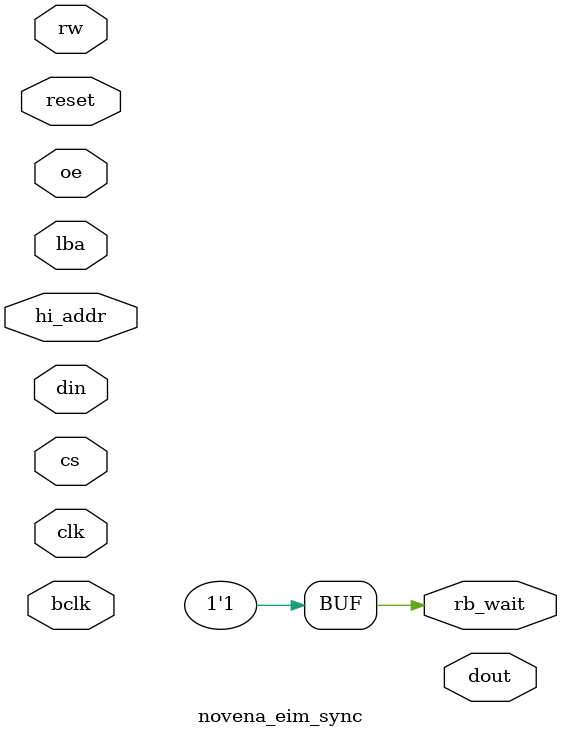
<source format=v>

module novena_eim_sync(
		  input wire [15:0] din,
		  output wire [15:0] dout,
		  input wire clk,
		  input wire reset,

		  input wire bclk,
		  input wire [1:0] cs,
		  input wire [18:16] hi_addr,
		  input wire lba,
		  input wire oe,
		  input wire rw,
		  output wire rb_wait,

		  
		  );

   reg 		      bus_write;
   reg 		      rw_del;
   reg 		      lba_del;
   reg [18:0] 	      bus_addr;
   reg [15:0] 	      bus_data;

   reg [15:0] 	      din_r;
   reg 		      rw_r;
   reg 		      cs1_r;
   reg [18:0] 	      addr_r;
   reg 		      lba_r;

   always @(posedge bclk) begin
      addr_r <= {hi_addr, din};
      cs1_r <= cs[1];
      rw_r <= rw;
      din_r <= din;
      lba_r <= lba;
   end

   always @(posedge bclk) begin
      if( !lba ) begin // latch address on LBA low
	 bus_addr <= {hi_addr, din};
      end else begin
	 bus_addr <= bus_addr;
      end
   end

   assign rb_wait = 1'b1; // wait is active low, no wait state for now
   
endmodule // novena_eim_sync


</source>
